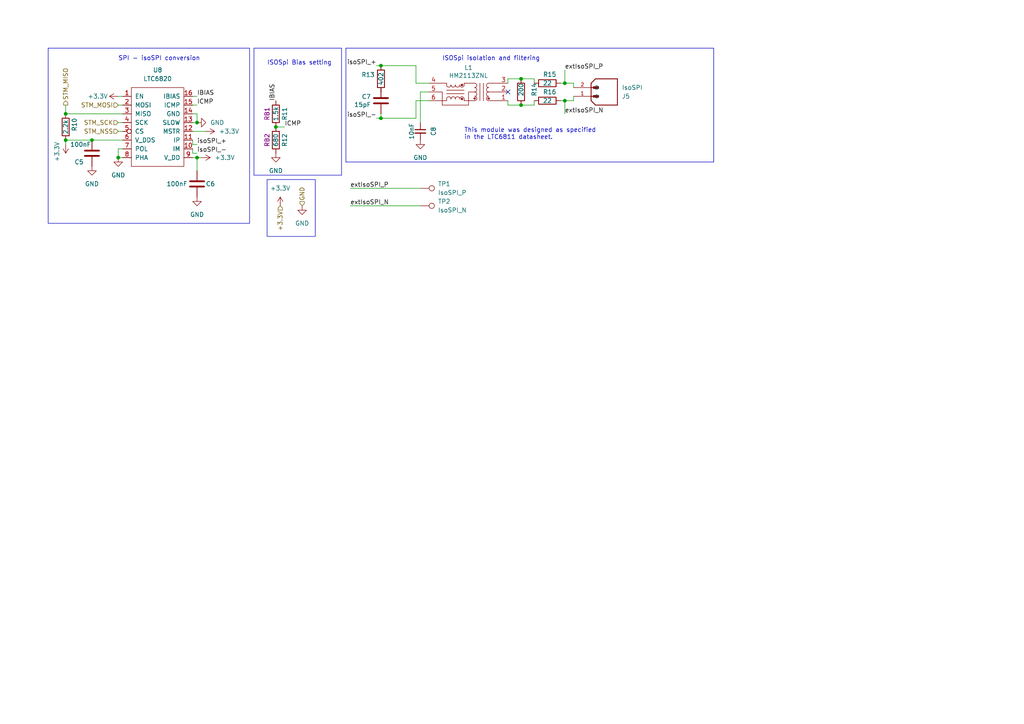
<source format=kicad_sch>
(kicad_sch (version 20231120) (generator "eeschema") (generator_version "8.0")
  (paper "A4")
  (lib_symbols
    (symbol "1FS_2_Global_Symbol_Library:1053091202" (pin_names (offset 1.016))
      (property "Reference" "J" (at 0 3.81 0))
      (property "Value" "1053091202" (at 0 -7.62 0))
      (symbol "1053091202_0_0"
        (polyline (pts (xy 0 -3.81) (xy 1.27 -5.08)) (stroke (width 0.254)))
        (polyline (pts (xy 0 -2.54) (xy 1.905 -2.54)) (stroke (width 0.254)))
        (polyline (pts (xy 0 0) (xy 0 -3.81)) (stroke (width 0.254)))
        (polyline (pts (xy 0 0) (xy 1.905 0)) (stroke (width 0.254)))
        (polyline (pts (xy 0 1.27) (xy 0 0)) (stroke (width 0.254)))
        (polyline (pts (xy 0 1.27) (xy 1.27 2.54)) (stroke (width 0.254)))
        (polyline (pts (xy 1.27 -5.08) (xy 7.62 -5.08)) (stroke (width 0.254)))
        (polyline (pts (xy 7.62 -5.08) (xy 7.62 2.54)) (stroke (width 0.254)))
        (polyline (pts (xy 7.62 2.54) (xy 1.27 2.54)) (stroke (width 0.254)))
        (rectangle (start 0.635 -2.8575) (end 2.2225 -2.2225) (stroke (width 0.1)) (fill (type outline)))
        (rectangle (start 0.635 -0.3175) (end 2.2225 0.3175) (stroke (width 0.1)) (fill (type outline)))
        (pin passive line (at -5.08 0 0) (length 5.08) (name "1") (number "1"))
        (pin passive line (at -5.08 -2.54 0) (length 5.08) (name "2") (number "2"))
      )
    )
    (symbol "Connector:TestPoint" (pin_numbers hide) (pin_names (offset 0.762) hide)
      (property "Reference" "TP" (at 0 6.858 0))
      (property "Value" "TestPoint" (at 0 5.08 0))
      (symbol "TestPoint_0_1"
        (circle (center 0 3.302) (radius 0.762))
      )
      (symbol "TestPoint_1_1"
        (pin passive line (at 0 0 90) (length 2.54) (name "1") (number "1"))
      )
    )
    (symbol "Device:C" (pin_numbers hide) (pin_names (offset 0.254))
      (property "Reference" "C" (at 0.635 2.54 0))
      (property "Value" "C" (at 0.635 -2.54 0))
      (symbol "C_0_1"
        (polyline (pts (xy -2.032 -0.762) (xy 2.032 -0.762)) (stroke (width 0.508)))
        (polyline (pts (xy -2.032 0.762) (xy 2.032 0.762)) (stroke (width 0.508)))
      )
      (symbol "C_1_1"
        (pin passive line (at 0 3.81 270) (length 2.794) (name "~") (number "1"))
        (pin passive line (at 0 -3.81 90) (length 2.794) (name "~") (number "2"))
      )
    )
    (symbol "Device:C_Small" (pin_numbers hide) (pin_names (offset 0.254) hide)
      (property "Reference" "C" (at 0.254 1.778 0))
      (property "Value" "C_Small" (at 0.254 -2.032 0))
      (symbol "C_Small_0_1"
        (polyline (pts (xy -1.524 -0.508) (xy 1.524 -0.508)) (stroke (width 0.3302)))
        (polyline (pts (xy -1.524 0.508) (xy 1.524 0.508)) (stroke (width 0.3048)))
      )
      (symbol "C_Small_1_1"
        (pin passive line (at 0 2.54 270) (length 2.032) (name "~") (number "1"))
        (pin passive line (at 0 -2.54 90) (length 2.032) (name "~") (number "2"))
      )
    )
    (symbol "Device:R" (pin_numbers hide) (pin_names (offset 0))
      (property "Reference" "R" (at 2.032 0 90))
      (property "Value" "R" (at 0 0 90))
      (symbol "R_0_1"
        (rectangle (start -1.016 -2.54) (end 1.016 2.54) (stroke (width 0.254)))
      )
      (symbol "R_1_1"
        (pin passive line (at 0 3.81 270) (length 1.27) (name "~") (number "1"))
        (pin passive line (at 0 -3.81 90) (length 1.27) (name "~") (number "2"))
      )
    )
    (symbol "FSSymbols:HM2113ZNL" (pin_names (offset 0.254) hide)
      (property "Reference" "L" (at 0 7.62 0))
      (property "Value" "HM2113ZNL" (at 0 5.08 0))
      (symbol "HM2113ZNL_0_1"
        (arc (start -6.35 2.032) (mid -5.715 1.3997) (end -5.08 2.032))
        (arc (start -5.08 -2.032) (mid -5.715 -1.3997) (end -6.35 -2.032))
        (arc (start -5.08 2.032) (mid -4.445 1.3997) (end -3.81 2.032))
        (arc (start -3.81 -2.032) (mid -4.445 -1.3997) (end -5.08 -2.032))
        (arc (start -3.81 2.032) (mid -3.175 1.3997) (end -2.54 2.032))
        (arc (start -2.54 -2.032) (mid -3.175 -1.3997) (end -3.81 -2.032))
        (arc (start -2.54 2.032) (mid -1.905 1.3997) (end -1.27 2.032))
        (circle (center -1.905 -2.032) (radius 0.254) (fill (type outline)))
        (circle (center -1.905 2.032) (radius 0.254) (fill (type outline)))
        (arc (start -1.27 -2.032) (mid -1.905 -1.3997) (end -2.54 -2.032))
        (polyline (pts (xy -8.89 2.54) (xy -6.35 2.54)))
        (polyline (pts (xy -6.35 -2.54) (xy -8.89 -2.54)))
        (polyline (pts (xy -6.35 -2.032) (xy -6.35 -2.54)))
        (polyline (pts (xy -6.35 -0.508) (xy -1.27 -0.508)))
        (polyline (pts (xy -6.35 2.54) (xy -6.35 2.032)))
        (polyline (pts (xy -1.27 -2.54) (xy 1.27 -2.54)))
        (polyline (pts (xy -1.27 -2.032) (xy -1.27 -2.54)))
        (polyline (pts (xy -1.27 0.508) (xy -6.35 0.508)))
        (polyline (pts (xy -1.27 2.032) (xy -1.27 2.54)))
        (polyline (pts (xy 1.27 2.54) (xy -1.27 2.54)))
        (polyline (pts (xy 1.27 2.54) (xy 1.778 2.54)))
        (polyline (pts (xy 1.778 -2.54) (xy 1.27 -2.54)))
        (polyline (pts (xy 3.302 -2.54) (xy 3.302 2.54)))
        (polyline (pts (xy 4.318 2.54) (xy 4.318 -2.54)))
        (polyline (pts (xy 5.842 -2.54) (xy 8.89 -2.54)))
        (polyline (pts (xy 5.842 2.54) (xy 6.35 2.54)))
        (polyline (pts (xy 6.35 2.54) (xy 8.89 2.54)))
        (polyline (pts (xy 8.89 0) (xy 5.842 0)))
        (polyline (pts (xy -8.89 0) (xy -7.62 0) (xy -7.62 -3.81) (xy 0 -3.81) (xy 0 0) (xy 1.778 0)))
        (arc (start 1.778 -2.54) (mid 2.4103 -1.905) (end 1.778 -1.27))
        (circle (center 1.778 -1.905) (radius 0.254) (fill (type outline)))
        (arc (start 1.778 -1.27) (mid 2.4103 -0.635) (end 1.778 0))
        (arc (start 1.778 0) (mid 2.4103 0.635) (end 1.778 1.27))
        (arc (start 1.778 1.27) (mid 2.4103 1.905) (end 1.778 2.54))
        (circle (center 5.842 -1.905) (radius 0.254) (fill (type outline)))
        (arc (start 5.842 -1.27) (mid 5.2097 -1.905) (end 5.842 -2.54))
        (arc (start 5.842 0) (mid 5.2097 -0.635) (end 5.842 -1.27))
        (arc (start 5.842 1.27) (mid 5.2097 0.635) (end 5.842 0))
        (arc (start 5.842 2.54) (mid 5.2097 1.905) (end 5.842 1.27))
      )
      (symbol "HM2113ZNL_1_1"
        (pin passive line (at 11.43 -2.54 180) (length 2.54) (name "1") (number "1"))
        (pin passive line (at 11.43 0 180) (length 2.54) (name "2") (number "2"))
        (pin passive line (at 11.43 2.54 180) (length 2.54) (name "3") (number "3"))
        (pin passive line (at -11.43 2.54 0) (length 2.54) (name "4") (number "4"))
        (pin passive line (at -11.43 0 0) (length 2.54) (name "5") (number "5"))
        (pin passive line (at -11.43 -2.54 0) (length 2.54) (name "6") (number "6"))
      )
    )
    (symbol "FS_2:LTC6820" (pin_names (offset 1.016))
      (property "Reference" "U" (at 0 3.81 0))
      (property "Value" "LTC6820" (at 0 1.27 0))
      (symbol "LTC6820_0_1"
        (rectangle (start -7.62 0) (end 7.62 -22.86))
      )
      (symbol "LTC6820_1_1"
        (pin input line (at -10.16 -2.54 0) (length 2.54) (name "EN") (number "1"))
        (pin bidirectional line (at 10.16 -17.78 180) (length 2.54) (name "IM") (number "10"))
        (pin bidirectional line (at 10.16 -15.24 180) (length 2.54) (name "IP") (number "11"))
        (pin input line (at 10.16 -12.7 180) (length 2.54) (name "MSTR") (number "12"))
        (pin input line (at 10.16 -10.16 180) (length 2.54) (name "SLOW") (number "13"))
        (pin power_in line (at 10.16 -7.62 180) (length 2.54) (name "GND") (number "14"))
        (pin input line (at 10.16 -5.08 180) (length 2.54) (name "ICMP") (number "15"))
        (pin output line (at 10.16 -2.54 180) (length 2.54) (name "IBIAS") (number "16"))
        (pin input line (at -10.16 -5.08 0) (length 2.54) (name "MOSI") (number "2"))
        (pin output line (at -10.16 -7.62 0) (length 2.54) (name "MISO") (number "3"))
        (pin input line (at -10.16 -10.16 0) (length 2.54) (name "SCK") (number "4"))
        (pin input inverted (at -10.16 -12.7 0) (length 2.54) (name "CS") (number "5"))
        (pin power_in line (at -10.16 -15.24 0) (length 2.54) (name "V_DDS") (number "6"))
        (pin input line (at -10.16 -17.78 0) (length 2.54) (name "POL") (number "7"))
        (pin input line (at -10.16 -20.32 0) (length 2.54) (name "PHA") (number "8"))
        (pin power_in line (at 10.16 -20.32 180) (length 2.54) (name "V_DD") (number "9"))
      )
    )
    (symbol "power:+3.3V" (power) (pin_names (offset 0))
      (property "Value" "+3.3V" (at 0 3.556 0))
      (symbol "+3.3V_0_1"
        (polyline (pts (xy -0.762 1.27) (xy 0 2.54)))
        (polyline (pts (xy 0 0) (xy 0 2.54)))
        (polyline (pts (xy 0 2.54) (xy 0.762 1.27)))
      )
      (symbol "+3.3V_1_1"
        (pin power_in line (at 0 0 90) (length 0) hide (name "+3.3V") (number "1"))
      )
    )
    (symbol "power:GND" (power) (pin_names (offset 0))
      (property "Value" "GND" (at 0 -3.81 0))
      (symbol "GND_0_1"
        (polyline (pts (xy 0 0) (xy 0 -1.27) (xy 1.27 -1.27) (xy 0 -2.54) (xy -1.27 -1.27) (xy 0 -1.27)))
      )
      (symbol "GND_1_1"
        (pin power_in line (at 0 0 270) (length 0) hide (name "GND") (number "1"))
      )
    )
  )
  (junction (at 19.05 40.64))
  (junction (at 57.15 45.72))
  (junction (at 163.83 29.21))
  (junction (at 151.13 30.48))
  (junction (at 80.01 36.83))
  (junction (at 110.49 19.05))
  (junction (at 163.83 24.13))
  (junction (at 19.05 33.02))
  (junction (at 26.67 40.64))
  (junction (at 151.13 22.86))
  (junction (at 34.29 45.72))
  (junction (at 110.49 34.29))
  (junction (at 57.15 35.56))
  (no_connect (at 147.32 26.67))
  (wire (pts (xy 34.29 35.56) (xy 35.56 35.56)))
  (wire (pts (xy 34.29 38.1) (xy 35.56 38.1)))
  (wire (pts (xy 101.6 54.61) (xy 121.92 54.61)))
  (wire (pts (xy 121.92 35.56) (xy 121.92 26.67)))
  (wire (pts (xy 110.49 25.4) (xy 110.49 26.67)))
  (wire (pts (xy 163.83 29.21) (xy 162.56 29.21)))
  (wire (pts (xy 110.49 34.29) (xy 120.65 34.29)))
  (wire (pts (xy 120.65 24.13) (xy 124.46 24.13)))
  (wire (pts (xy 147.32 22.86) (xy 147.32 24.13)))
  (wire (pts (xy 163.83 20.32) (xy 163.83 24.13)))
  (polyline (pts (xy 100.33 13.97) (xy 207.01 13.97)))
  (wire (pts (xy 57.15 41.91) (xy 55.88 41.91)))
  (wire (pts (xy 163.83 33.02) (xy 163.83 29.21)))
  (wire (pts (xy 109.22 19.05) (xy 110.49 19.05)))
  (wire (pts (xy 82.55 36.83) (xy 80.01 36.83)))
  (wire (pts (xy 147.32 30.48) (xy 147.32 29.21)))
  (polyline (pts (xy 100.33 46.99) (xy 100.33 13.97)))
  (polyline (pts (xy 99.06 13.97) (xy 73.66 13.97)))
  (polyline (pts (xy 73.66 13.97) (xy 73.66 50.8)))
  (wire (pts (xy 57.15 27.94) (xy 55.88 27.94)))
  (wire (pts (xy 109.22 34.29) (xy 110.49 34.29)))
  (wire (pts (xy 57.15 44.45) (xy 55.88 44.45)))
  (wire (pts (xy 55.88 44.45) (xy 55.88 43.18)))
  (wire (pts (xy 151.13 22.86) (xy 147.32 22.86)))
  (wire (pts (xy 57.15 45.72) (xy 55.88 45.72)))
  (wire (pts (xy 26.67 40.64) (xy 35.56 40.64)))
  (wire (pts (xy 19.05 40.64) (xy 26.67 40.64)))
  (wire (pts (xy 59.69 38.1) (xy 55.88 38.1)))
  (wire (pts (xy 19.05 33.02) (xy 35.56 33.02)))
  (wire (pts (xy 154.94 22.86) (xy 154.94 24.13)))
  (wire (pts (xy 34.29 43.18) (xy 35.56 43.18)))
  (wire (pts (xy 120.65 29.21) (xy 124.46 29.21)))
  (wire (pts (xy 110.49 19.05) (xy 120.65 19.05)))
  (wire (pts (xy 57.15 45.72) (xy 58.42 45.72)))
  (wire (pts (xy 120.65 29.21) (xy 120.65 34.29)))
  (polyline (pts (xy 99.06 50.8) (xy 99.06 13.97)))
  (wire (pts (xy 34.29 27.94) (xy 35.56 27.94)))
  (wire (pts (xy 151.13 22.86) (xy 154.94 22.86)))
  (wire (pts (xy 57.15 33.02) (xy 57.15 35.56)))
  (wire (pts (xy 57.15 35.56) (xy 55.88 35.56)))
  (wire (pts (xy 34.29 45.72) (xy 34.29 43.18)))
  (wire (pts (xy 121.92 26.67) (xy 124.46 26.67)))
  (wire (pts (xy 34.29 45.72) (xy 35.56 45.72)))
  (polyline (pts (xy 207.01 13.97) (xy 207.01 46.99)))
  (wire (pts (xy 162.56 24.13) (xy 163.83 24.13)))
  (wire (pts (xy 19.05 41.91) (xy 19.05 40.64)))
  (wire (pts (xy 55.88 33.02) (xy 57.15 33.02)))
  (wire (pts (xy 163.83 24.13) (xy 166.37 24.13)))
  (wire (pts (xy 154.94 30.48) (xy 151.13 30.48)))
  (wire (pts (xy 147.32 30.48) (xy 151.13 30.48)))
  (wire (pts (xy 34.29 30.48) (xy 35.56 30.48)))
  (wire (pts (xy 101.6 59.69) (xy 121.92 59.69)))
  (wire (pts (xy 166.37 29.21) (xy 163.83 29.21)))
  (wire (pts (xy 110.49 33.02) (xy 110.49 34.29)))
  (wire (pts (xy 19.05 30.48) (xy 19.05 33.02)))
  (wire (pts (xy 55.88 41.91) (xy 55.88 40.64)))
  (wire (pts (xy 57.15 30.48) (xy 55.88 30.48)))
  (polyline (pts (xy 73.66 50.8) (xy 99.06 50.8)))
  (wire (pts (xy 154.94 30.48) (xy 154.94 29.21)))
  (wire (pts (xy 166.37 27.94) (xy 166.37 29.21)))
  (polyline (pts (xy 100.33 46.99) (xy 207.01 46.99)))
  (wire (pts (xy 57.15 49.53) (xy 57.15 45.72)))
  (wire (pts (xy 166.37 24.13) (xy 166.37 25.4)))
  (wire (pts (xy 120.65 19.05) (xy 120.65 24.13)))
  (rectangle (start 13.97 13.97) (end 72.39 64.77))
  (rectangle (start 77.47 52.07) (end 91.44 68.58))
  (text "This module was designed as specified\nin the LTC6811 datasheet." (at 134.62 40.64 0) (effects (font (size 1.27 1.27)) (justify left bottom)))
  (text "ISOSpi Bias setting" (at 77.47 19.05 0) (effects (font (size 1.27 1.27)) (justify left bottom)))
  (text "SPI - isoSPI conversion\n" (at 34.29 17.78 0) (effects (font (size 1.27 1.27)) (justify left bottom)))
  (text "ISOSpi isolation and filtering" (at 128.27 17.78 0) (effects (font (size 1.27 1.27)) (justify left bottom)))
  (label "extIsoSPI_P" (at 101.6 54.61 0))
  (label "IBIAS" (at 80.01 29.21 90))
  (label "isoSPI_+" (at 57.15 41.91 0))
  (label "extIsoSPI_N" (at 101.6 59.69 0))
  (label "isoSPI_-" (at 109.22 34.29 180))
  (label "IBIAS" (at 57.15 27.94 0))
  (label "isoSPI_+" (at 109.22 19.05 180))
  (label "extIsoSPI_P" (at 163.83 20.32 0))
  (label "ICMP" (at 57.15 30.48 0))
  (label "extIsoSPI_N" (at 163.83 33.02 0))
  (label "ICMP" (at 82.55 36.83 0))
  (label "isoSPI_-" (at 57.15 44.45 0))
  (hierarchical_label "STM_SCK" (shape input) (at 34.29 35.56 180))
  (hierarchical_label "STM_NSS" (shape input) (at 34.29 38.1 180))
  (hierarchical_label "STM_MISO" (shape output) (at 19.05 30.48 90))
  (hierarchical_label "GND" (shape input) (at 87.63 59.69 90))
  (hierarchical_label "+3.3V" (shape input) (at 81.28 59.69 270))
  (hierarchical_label "STM_MOSI" (shape input) (at 34.29 30.48 180))
  (symbol (lib_id "Device:R") (at 158.75 29.21 270) (mirror x) (unit 1)
    (property "Reference" "R16" (at 157.48 26.67 90) (effects (justify left)))
    (property "Value" "22" (at 158.75 29.21 90))
    (property "Footprint" "Resistor_SMD:R_0805_2012Metric_Pad1.20x1.40mm_HandSolder" (effects (hide yes)))
  )
  (symbol (lib_id "Device:R") (at 80.01 40.64 180) (unit 1)
    (property "Reference" "R12" (at 82.55 40.64 90))
    (property "Value" "680" (at 80.01 40.64 90))
    (property "Footprint" "Resistor_SMD:R_0805_2012Metric_Pad1.20x1.40mm_HandSolder" (effects (hide yes)))
    (property "Schematic Name" "RB2" (at 77.47 40.64 90))
  )
  (symbol (lib_id "power:GND") (at 57.15 35.56 90) (unit 1)
    (property "Reference" "#PWR035" (effects (hide yes)))
    (property "Value" "GND" (at 60.96 35.56 90) (effects (justify right)))
  )
  (symbol (lib_id "power:GND") (at 34.29 45.72 0) (unit 1)
    (property "Reference" "#PWR034" (effects (hide yes)))
    (property "Value" "GND" (at 34.29 50.8 0))
  )
  (symbol (lib_id "power:+3.3V") (at 34.29 27.94 90) (unit 1)
    (property "Reference" "#PWR033" (effects (hide yes)))
    (property "Value" "+3.3V" (at 25.4 27.94 90) (effects (justify right)))
  )
  (symbol (lib_id "power:GND") (at 26.67 48.26 0) (unit 1)
    (property "Reference" "#PWR032" (effects (hide yes)))
    (property "Value" "GND" (at 26.67 53.34 0))
  )
  (symbol (lib_id "Device:C_Small") (at 121.92 38.1 0) (unit 1)
    (property "Reference" "C8" (at 125.73 38.1 90))
    (property "Value" "10nF" (at 119.38 38.1 90))
    (property "Footprint" "Capacitor_SMD:C_0805_2012Metric_Pad1.18x1.45mm_HandSolder" (effects (hide yes)))
  )
  (symbol (lib_id "Device:R") (at 19.05 36.83 0) (unit 1)
    (property "Reference" "R10" (at 21.59 38.1 90) (effects (justify left)))
    (property "Value" "2.2k" (at 19.05 36.83 90))
    (property "Footprint" "Resistor_SMD:R_0805_2012Metric_Pad1.20x1.40mm_HandSolder" (effects (hide yes)))
  )
  (symbol (lib_id "power:GND") (at 57.15 57.15 0) (unit 1)
    (property "Reference" "#PWR036" (effects (hide yes)))
    (property "Value" "GND" (at 57.15 62.23 0))
  )
  (symbol (lib_id "Connector:TestPoint") (at 121.92 54.61 270) (unit 1)
    (property "Reference" "TP1" (at 127 53.3399 90) (effects (justify left)))
    (property "Value" "IsoSPI_P" (at 127 55.8799 90) (effects (justify left)))
    (property "Footprint" "TestPoint:TestPoint_Loop_D2.50mm_Drill1.0mm" (effects (hide yes)))
    (property "Description" "test point" (effects (hide yes)))
  )
  (symbol (lib_id "power:GND") (at 80.01 44.45 0) (unit 1)
    (property "Reference" "#PWR039" (effects (hide yes)))
    (property "Value" "GND" (at 80.01 49.53 0))
  )
  (symbol (lib_id "1FS_2_Global_Symbol_Library:1053091202") (at 171.45 27.94 0) (mirror x) (unit 1)
    (property "Reference" "J5" (at 180.34 27.94 0) (effects (justify left)))
    (property "Value" "IsoSPI" (at 180.34 25.4 0) (effects (justify left)))
    (property "Footprint" "1FS_2_Global_Footprint_Library:MOLEX_1053091202" (effects (hide yes)))
    (property "PARTREV" "H" (effects (hide yes)))
    (property "STANDARD" "Manufacturer Recommendations" (effects (hide yes)))
    (property "MAXIMUM_PACKAGE_HEIGHT" "10.51 mm" (effects (hide yes)))
    (property "MANUFACTURER" "Molex" (effects (hide yes)))
  )
  (symbol (lib_id "Device:R") (at 110.49 22.86 0) (mirror y) (unit 1)
    (property "Reference" "R13" (at 108.712 21.6916 0) (effects (justify left)))
    (property "Value" "402" (at 110.49 22.86 90))
    (property "Footprint" "Resistor_SMD:R_0805_2012Metric_Pad1.20x1.40mm_HandSolder" (effects (hide yes)))
  )
  (symbol (lib_id "power:GND") (at 87.63 59.69 0) (unit 1)
    (property "Reference" "#PWR041" (effects (hide yes)))
    (property "Value" "GND" (at 87.63 64.77 0))
  )
  (symbol (lib_id "power:+3.3V") (at 19.05 41.91 180) (unit 1)
    (property "Reference" "#PWR031" (effects (hide yes)))
    (property "Value" "+3.3V" (at 16.51 46.99 90) (effects (justify right)))
  )
  (symbol (lib_id "Device:R") (at 158.75 24.13 270) (mirror x) (unit 1)
    (property "Reference" "R15" (at 157.48 21.59 90) (effects (justify left)))
    (property "Value" "22" (at 158.75 24.13 90))
    (property "Footprint" "Resistor_SMD:R_0805_2012Metric_Pad1.20x1.40mm_HandSolder" (effects (hide yes)))
  )
  (symbol (lib_id "Device:C") (at 26.67 44.45 0) (unit 1)
    (property "Reference" "C5" (at 21.59 46.99 0) (effects (justify left)))
    (property "Value" "100nF" (at 20.32 41.91 0) (effects (justify left)))
    (property "Footprint" "Capacitor_SMD:C_0805_2012Metric_Pad1.18x1.45mm_HandSolder" (effects (hide yes)))
  )
  (symbol (lib_id "power:+3.3V") (at 59.69 38.1 270) (unit 1)
    (property "Reference" "#PWR038" (effects (hide yes)))
    (property "Value" "+3.3V" (at 63.5 38.1 90) (effects (justify left)))
  )
  (symbol (lib_id "FSSymbols:HM2113ZNL") (at 135.89 26.67 0) (unit 1)
    (property "Reference" "L1" (at 135.89 19.6088 0))
    (property "Value" "HM2113ZNL" (at 135.89 21.9202 0))
    (property "Footprint" "1FS_2_Global_Footprint_Library:HM2113ZNL" (effects (hide yes)))
  )
  (symbol (lib_id "Device:R") (at 151.13 26.67 0) (unit 1)
    (property "Reference" "R14" (at 154.94 27.94 90) (effects (justify left)))
    (property "Value" "200" (at 151.13 27.94 90) (effects (justify left)))
    (property "Footprint" "Resistor_SMD:R_0805_2012Metric_Pad1.20x1.40mm_HandSolder" (effects (hide yes)))
  )
  (symbol (lib_id "Device:C") (at 57.15 53.34 0) (unit 1)
    (property "Reference" "C6" (at 59.69 53.34 0) (effects (justify left)))
    (property "Value" "100nF" (at 48.26 53.34 0) (effects (justify left)))
    (property "Footprint" "Capacitor_SMD:C_0805_2012Metric_Pad1.18x1.45mm_HandSolder" (effects (hide yes)))
  )
  (symbol (lib_id "Device:R") (at 80.01 33.02 180) (unit 1)
    (property "Reference" "R11" (at 82.55 33.02 90))
    (property "Value" "1.5k" (at 80.01 33.02 90))
    (property "Footprint" "Resistor_SMD:R_0805_2012Metric_Pad1.20x1.40mm_HandSolder" (effects (hide yes)))
    (property "Schematic Name" "RB1" (at 77.47 33.02 90))
  )
  (symbol (lib_id "power:+3.3V") (at 58.42 45.72 270) (unit 1)
    (property "Reference" "#PWR037" (effects (hide yes)))
    (property "Value" "+3.3V" (at 62.23 45.72 90) (effects (justify left)))
  )
  (symbol (lib_id "power:+3.3V") (at 81.28 59.69 0) (unit 1)
    (property "Reference" "#PWR040" (effects (hide yes)))
    (property "Value" "+3.3V" (at 81.28 54.61 0))
  )
  (symbol (lib_id "FS_2:LTC6820") (at 45.72 25.4 0) (unit 1)
    (property "Reference" "U8" (at 45.72 20.32 0))
    (property "Value" "LTC6820" (at 45.72 22.86 0))
    (property "Footprint" "1FS_2_Global_Footprint_Library:MSOP-16_[LTC6820]_10_thou_compat" (effects (hide yes)))
  )
  (symbol (lib_id "power:GND") (at 121.92 40.64 0) (unit 1)
    (property "Reference" "#PWR042" (effects (hide yes)))
    (property "Value" "GND" (at 121.92 45.72 0))
  )
  (symbol (lib_id "Connector:TestPoint") (at 121.92 59.69 270) (unit 1)
    (property "Reference" "TP2" (at 127 58.4199 90) (effects (justify left)))
    (property "Value" "IsoSPI_N" (at 127 60.9599 90) (effects (justify left)))
    (property "Footprint" "TestPoint:TestPoint_Loop_D2.50mm_Drill1.0mm" (effects (hide yes)))
    (property "Description" "test point" (effects (hide yes)))
  )
  (symbol (lib_id "Device:C") (at 110.49 29.21 0) (mirror x) (unit 1)
    (property "Reference" "C7" (at 107.5944 28.0416 0) (effects (justify right)))
    (property "Value" "15pF" (at 107.5944 30.353 0) (effects (justify right)))
    (property "Footprint" "Capacitor_SMD:C_0805_2012Metric_Pad1.18x1.45mm_HandSolder" (effects (hide yes)))
  )
)
</source>
